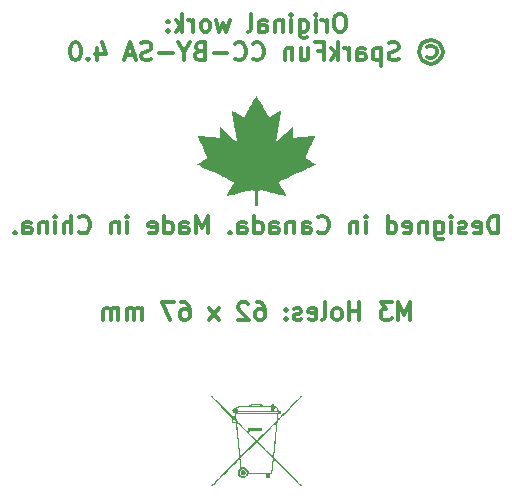
<source format=gbr>
%TF.GenerationSoftware,KiCad,Pcbnew,7.0.9*%
%TF.CreationDate,2024-04-08T21:40:24-04:00*%
%TF.ProjectId,WIRED-NAU7802-board-revB1,57495245-442d-44e4-9155-373830322d62,Rev B1*%
%TF.SameCoordinates,Original*%
%TF.FileFunction,Legend,Bot*%
%TF.FilePolarity,Positive*%
%FSLAX46Y46*%
G04 Gerber Fmt 4.6, Leading zero omitted, Abs format (unit mm)*
G04 Created by KiCad (PCBNEW 7.0.9) date 2024-04-08 21:40:24*
%MOMM*%
%LPD*%
G01*
G04 APERTURE LIST*
%ADD10C,0.300000*%
%ADD11C,3.250000*%
%ADD12R,1.500000X1.500000*%
%ADD13C,1.500000*%
%ADD14C,2.300000*%
%ADD15C,1.680000*%
%ADD16C,1.800000*%
%ADD17R,2.600000X2.600000*%
%ADD18C,2.600000*%
%ADD19C,3.500000*%
%ADD20R,1.700000X1.700000*%
%ADD21O,1.700000X1.700000*%
%ADD22R,2.400000X2.400000*%
%ADD23C,2.400000*%
G04 APERTURE END LIST*
D10*
X162916194Y-74082828D02*
X162630480Y-74082828D01*
X162630480Y-74082828D02*
X162487623Y-74154257D01*
X162487623Y-74154257D02*
X162344766Y-74297114D01*
X162344766Y-74297114D02*
X162273337Y-74582828D01*
X162273337Y-74582828D02*
X162273337Y-75082828D01*
X162273337Y-75082828D02*
X162344766Y-75368542D01*
X162344766Y-75368542D02*
X162487623Y-75511400D01*
X162487623Y-75511400D02*
X162630480Y-75582828D01*
X162630480Y-75582828D02*
X162916194Y-75582828D01*
X162916194Y-75582828D02*
X163059052Y-75511400D01*
X163059052Y-75511400D02*
X163201909Y-75368542D01*
X163201909Y-75368542D02*
X163273337Y-75082828D01*
X163273337Y-75082828D02*
X163273337Y-74582828D01*
X163273337Y-74582828D02*
X163201909Y-74297114D01*
X163201909Y-74297114D02*
X163059052Y-74154257D01*
X163059052Y-74154257D02*
X162916194Y-74082828D01*
X161630480Y-75582828D02*
X161630480Y-74582828D01*
X161630480Y-74868542D02*
X161559051Y-74725685D01*
X161559051Y-74725685D02*
X161487623Y-74654257D01*
X161487623Y-74654257D02*
X161344765Y-74582828D01*
X161344765Y-74582828D02*
X161201908Y-74582828D01*
X160701909Y-75582828D02*
X160701909Y-74582828D01*
X160701909Y-74082828D02*
X160773337Y-74154257D01*
X160773337Y-74154257D02*
X160701909Y-74225685D01*
X160701909Y-74225685D02*
X160630480Y-74154257D01*
X160630480Y-74154257D02*
X160701909Y-74082828D01*
X160701909Y-74082828D02*
X160701909Y-74225685D01*
X159344766Y-74582828D02*
X159344766Y-75797114D01*
X159344766Y-75797114D02*
X159416194Y-75939971D01*
X159416194Y-75939971D02*
X159487623Y-76011400D01*
X159487623Y-76011400D02*
X159630480Y-76082828D01*
X159630480Y-76082828D02*
X159844766Y-76082828D01*
X159844766Y-76082828D02*
X159987623Y-76011400D01*
X159344766Y-75511400D02*
X159487623Y-75582828D01*
X159487623Y-75582828D02*
X159773337Y-75582828D01*
X159773337Y-75582828D02*
X159916194Y-75511400D01*
X159916194Y-75511400D02*
X159987623Y-75439971D01*
X159987623Y-75439971D02*
X160059051Y-75297114D01*
X160059051Y-75297114D02*
X160059051Y-74868542D01*
X160059051Y-74868542D02*
X159987623Y-74725685D01*
X159987623Y-74725685D02*
X159916194Y-74654257D01*
X159916194Y-74654257D02*
X159773337Y-74582828D01*
X159773337Y-74582828D02*
X159487623Y-74582828D01*
X159487623Y-74582828D02*
X159344766Y-74654257D01*
X158630480Y-75582828D02*
X158630480Y-74582828D01*
X158630480Y-74082828D02*
X158701908Y-74154257D01*
X158701908Y-74154257D02*
X158630480Y-74225685D01*
X158630480Y-74225685D02*
X158559051Y-74154257D01*
X158559051Y-74154257D02*
X158630480Y-74082828D01*
X158630480Y-74082828D02*
X158630480Y-74225685D01*
X157916194Y-74582828D02*
X157916194Y-75582828D01*
X157916194Y-74725685D02*
X157844765Y-74654257D01*
X157844765Y-74654257D02*
X157701908Y-74582828D01*
X157701908Y-74582828D02*
X157487622Y-74582828D01*
X157487622Y-74582828D02*
X157344765Y-74654257D01*
X157344765Y-74654257D02*
X157273337Y-74797114D01*
X157273337Y-74797114D02*
X157273337Y-75582828D01*
X155916194Y-75582828D02*
X155916194Y-74797114D01*
X155916194Y-74797114D02*
X155987622Y-74654257D01*
X155987622Y-74654257D02*
X156130479Y-74582828D01*
X156130479Y-74582828D02*
X156416194Y-74582828D01*
X156416194Y-74582828D02*
X156559051Y-74654257D01*
X155916194Y-75511400D02*
X156059051Y-75582828D01*
X156059051Y-75582828D02*
X156416194Y-75582828D01*
X156416194Y-75582828D02*
X156559051Y-75511400D01*
X156559051Y-75511400D02*
X156630479Y-75368542D01*
X156630479Y-75368542D02*
X156630479Y-75225685D01*
X156630479Y-75225685D02*
X156559051Y-75082828D01*
X156559051Y-75082828D02*
X156416194Y-75011400D01*
X156416194Y-75011400D02*
X156059051Y-75011400D01*
X156059051Y-75011400D02*
X155916194Y-74939971D01*
X154987622Y-75582828D02*
X155130479Y-75511400D01*
X155130479Y-75511400D02*
X155201908Y-75368542D01*
X155201908Y-75368542D02*
X155201908Y-74082828D01*
X153416194Y-74582828D02*
X153130480Y-75582828D01*
X153130480Y-75582828D02*
X152844765Y-74868542D01*
X152844765Y-74868542D02*
X152559051Y-75582828D01*
X152559051Y-75582828D02*
X152273337Y-74582828D01*
X151487622Y-75582828D02*
X151630479Y-75511400D01*
X151630479Y-75511400D02*
X151701908Y-75439971D01*
X151701908Y-75439971D02*
X151773336Y-75297114D01*
X151773336Y-75297114D02*
X151773336Y-74868542D01*
X151773336Y-74868542D02*
X151701908Y-74725685D01*
X151701908Y-74725685D02*
X151630479Y-74654257D01*
X151630479Y-74654257D02*
X151487622Y-74582828D01*
X151487622Y-74582828D02*
X151273336Y-74582828D01*
X151273336Y-74582828D02*
X151130479Y-74654257D01*
X151130479Y-74654257D02*
X151059051Y-74725685D01*
X151059051Y-74725685D02*
X150987622Y-74868542D01*
X150987622Y-74868542D02*
X150987622Y-75297114D01*
X150987622Y-75297114D02*
X151059051Y-75439971D01*
X151059051Y-75439971D02*
X151130479Y-75511400D01*
X151130479Y-75511400D02*
X151273336Y-75582828D01*
X151273336Y-75582828D02*
X151487622Y-75582828D01*
X150344765Y-75582828D02*
X150344765Y-74582828D01*
X150344765Y-74868542D02*
X150273336Y-74725685D01*
X150273336Y-74725685D02*
X150201908Y-74654257D01*
X150201908Y-74654257D02*
X150059050Y-74582828D01*
X150059050Y-74582828D02*
X149916193Y-74582828D01*
X149416194Y-75582828D02*
X149416194Y-74082828D01*
X149273337Y-75011400D02*
X148844765Y-75582828D01*
X148844765Y-74582828D02*
X149416194Y-75154257D01*
X148201908Y-75439971D02*
X148130479Y-75511400D01*
X148130479Y-75511400D02*
X148201908Y-75582828D01*
X148201908Y-75582828D02*
X148273336Y-75511400D01*
X148273336Y-75511400D02*
X148201908Y-75439971D01*
X148201908Y-75439971D02*
X148201908Y-75582828D01*
X148201908Y-74654257D02*
X148130479Y-74725685D01*
X148130479Y-74725685D02*
X148201908Y-74797114D01*
X148201908Y-74797114D02*
X148273336Y-74725685D01*
X148273336Y-74725685D02*
X148201908Y-74654257D01*
X148201908Y-74654257D02*
X148201908Y-74797114D01*
X170166193Y-76854971D02*
X170309050Y-76783542D01*
X170309050Y-76783542D02*
X170594764Y-76783542D01*
X170594764Y-76783542D02*
X170737622Y-76854971D01*
X170737622Y-76854971D02*
X170880479Y-76997828D01*
X170880479Y-76997828D02*
X170951907Y-77140685D01*
X170951907Y-77140685D02*
X170951907Y-77426400D01*
X170951907Y-77426400D02*
X170880479Y-77569257D01*
X170880479Y-77569257D02*
X170737622Y-77712114D01*
X170737622Y-77712114D02*
X170594764Y-77783542D01*
X170594764Y-77783542D02*
X170309050Y-77783542D01*
X170309050Y-77783542D02*
X170166193Y-77712114D01*
X170451907Y-76283542D02*
X170809050Y-76354971D01*
X170809050Y-76354971D02*
X171166193Y-76569257D01*
X171166193Y-76569257D02*
X171380479Y-76926400D01*
X171380479Y-76926400D02*
X171451907Y-77283542D01*
X171451907Y-77283542D02*
X171380479Y-77640685D01*
X171380479Y-77640685D02*
X171166193Y-77997828D01*
X171166193Y-77997828D02*
X170809050Y-78212114D01*
X170809050Y-78212114D02*
X170451907Y-78283542D01*
X170451907Y-78283542D02*
X170094764Y-78212114D01*
X170094764Y-78212114D02*
X169737622Y-77997828D01*
X169737622Y-77997828D02*
X169523336Y-77640685D01*
X169523336Y-77640685D02*
X169451907Y-77283542D01*
X169451907Y-77283542D02*
X169523336Y-76926400D01*
X169523336Y-76926400D02*
X169737622Y-76569257D01*
X169737622Y-76569257D02*
X170094764Y-76354971D01*
X170094764Y-76354971D02*
X170451907Y-76283542D01*
X167737621Y-77926400D02*
X167523336Y-77997828D01*
X167523336Y-77997828D02*
X167166193Y-77997828D01*
X167166193Y-77997828D02*
X167023336Y-77926400D01*
X167023336Y-77926400D02*
X166951907Y-77854971D01*
X166951907Y-77854971D02*
X166880478Y-77712114D01*
X166880478Y-77712114D02*
X166880478Y-77569257D01*
X166880478Y-77569257D02*
X166951907Y-77426400D01*
X166951907Y-77426400D02*
X167023336Y-77354971D01*
X167023336Y-77354971D02*
X167166193Y-77283542D01*
X167166193Y-77283542D02*
X167451907Y-77212114D01*
X167451907Y-77212114D02*
X167594764Y-77140685D01*
X167594764Y-77140685D02*
X167666193Y-77069257D01*
X167666193Y-77069257D02*
X167737621Y-76926400D01*
X167737621Y-76926400D02*
X167737621Y-76783542D01*
X167737621Y-76783542D02*
X167666193Y-76640685D01*
X167666193Y-76640685D02*
X167594764Y-76569257D01*
X167594764Y-76569257D02*
X167451907Y-76497828D01*
X167451907Y-76497828D02*
X167094764Y-76497828D01*
X167094764Y-76497828D02*
X166880478Y-76569257D01*
X166237622Y-76997828D02*
X166237622Y-78497828D01*
X166237622Y-77069257D02*
X166094765Y-76997828D01*
X166094765Y-76997828D02*
X165809050Y-76997828D01*
X165809050Y-76997828D02*
X165666193Y-77069257D01*
X165666193Y-77069257D02*
X165594765Y-77140685D01*
X165594765Y-77140685D02*
X165523336Y-77283542D01*
X165523336Y-77283542D02*
X165523336Y-77712114D01*
X165523336Y-77712114D02*
X165594765Y-77854971D01*
X165594765Y-77854971D02*
X165666193Y-77926400D01*
X165666193Y-77926400D02*
X165809050Y-77997828D01*
X165809050Y-77997828D02*
X166094765Y-77997828D01*
X166094765Y-77997828D02*
X166237622Y-77926400D01*
X164237622Y-77997828D02*
X164237622Y-77212114D01*
X164237622Y-77212114D02*
X164309050Y-77069257D01*
X164309050Y-77069257D02*
X164451907Y-76997828D01*
X164451907Y-76997828D02*
X164737622Y-76997828D01*
X164737622Y-76997828D02*
X164880479Y-77069257D01*
X164237622Y-77926400D02*
X164380479Y-77997828D01*
X164380479Y-77997828D02*
X164737622Y-77997828D01*
X164737622Y-77997828D02*
X164880479Y-77926400D01*
X164880479Y-77926400D02*
X164951907Y-77783542D01*
X164951907Y-77783542D02*
X164951907Y-77640685D01*
X164951907Y-77640685D02*
X164880479Y-77497828D01*
X164880479Y-77497828D02*
X164737622Y-77426400D01*
X164737622Y-77426400D02*
X164380479Y-77426400D01*
X164380479Y-77426400D02*
X164237622Y-77354971D01*
X163523336Y-77997828D02*
X163523336Y-76997828D01*
X163523336Y-77283542D02*
X163451907Y-77140685D01*
X163451907Y-77140685D02*
X163380479Y-77069257D01*
X163380479Y-77069257D02*
X163237621Y-76997828D01*
X163237621Y-76997828D02*
X163094764Y-76997828D01*
X162594765Y-77997828D02*
X162594765Y-76497828D01*
X162451908Y-77426400D02*
X162023336Y-77997828D01*
X162023336Y-76997828D02*
X162594765Y-77569257D01*
X160880479Y-77212114D02*
X161380479Y-77212114D01*
X161380479Y-77997828D02*
X161380479Y-76497828D01*
X161380479Y-76497828D02*
X160666193Y-76497828D01*
X159451908Y-76997828D02*
X159451908Y-77997828D01*
X160094765Y-76997828D02*
X160094765Y-77783542D01*
X160094765Y-77783542D02*
X160023336Y-77926400D01*
X160023336Y-77926400D02*
X159880479Y-77997828D01*
X159880479Y-77997828D02*
X159666193Y-77997828D01*
X159666193Y-77997828D02*
X159523336Y-77926400D01*
X159523336Y-77926400D02*
X159451908Y-77854971D01*
X158737622Y-76997828D02*
X158737622Y-77997828D01*
X158737622Y-77140685D02*
X158666193Y-77069257D01*
X158666193Y-77069257D02*
X158523336Y-76997828D01*
X158523336Y-76997828D02*
X158309050Y-76997828D01*
X158309050Y-76997828D02*
X158166193Y-77069257D01*
X158166193Y-77069257D02*
X158094765Y-77212114D01*
X158094765Y-77212114D02*
X158094765Y-77997828D01*
X155380479Y-77854971D02*
X155451907Y-77926400D01*
X155451907Y-77926400D02*
X155666193Y-77997828D01*
X155666193Y-77997828D02*
X155809050Y-77997828D01*
X155809050Y-77997828D02*
X156023336Y-77926400D01*
X156023336Y-77926400D02*
X156166193Y-77783542D01*
X156166193Y-77783542D02*
X156237622Y-77640685D01*
X156237622Y-77640685D02*
X156309050Y-77354971D01*
X156309050Y-77354971D02*
X156309050Y-77140685D01*
X156309050Y-77140685D02*
X156237622Y-76854971D01*
X156237622Y-76854971D02*
X156166193Y-76712114D01*
X156166193Y-76712114D02*
X156023336Y-76569257D01*
X156023336Y-76569257D02*
X155809050Y-76497828D01*
X155809050Y-76497828D02*
X155666193Y-76497828D01*
X155666193Y-76497828D02*
X155451907Y-76569257D01*
X155451907Y-76569257D02*
X155380479Y-76640685D01*
X153880479Y-77854971D02*
X153951907Y-77926400D01*
X153951907Y-77926400D02*
X154166193Y-77997828D01*
X154166193Y-77997828D02*
X154309050Y-77997828D01*
X154309050Y-77997828D02*
X154523336Y-77926400D01*
X154523336Y-77926400D02*
X154666193Y-77783542D01*
X154666193Y-77783542D02*
X154737622Y-77640685D01*
X154737622Y-77640685D02*
X154809050Y-77354971D01*
X154809050Y-77354971D02*
X154809050Y-77140685D01*
X154809050Y-77140685D02*
X154737622Y-76854971D01*
X154737622Y-76854971D02*
X154666193Y-76712114D01*
X154666193Y-76712114D02*
X154523336Y-76569257D01*
X154523336Y-76569257D02*
X154309050Y-76497828D01*
X154309050Y-76497828D02*
X154166193Y-76497828D01*
X154166193Y-76497828D02*
X153951907Y-76569257D01*
X153951907Y-76569257D02*
X153880479Y-76640685D01*
X153237622Y-77426400D02*
X152094765Y-77426400D01*
X150880479Y-77212114D02*
X150666193Y-77283542D01*
X150666193Y-77283542D02*
X150594764Y-77354971D01*
X150594764Y-77354971D02*
X150523336Y-77497828D01*
X150523336Y-77497828D02*
X150523336Y-77712114D01*
X150523336Y-77712114D02*
X150594764Y-77854971D01*
X150594764Y-77854971D02*
X150666193Y-77926400D01*
X150666193Y-77926400D02*
X150809050Y-77997828D01*
X150809050Y-77997828D02*
X151380479Y-77997828D01*
X151380479Y-77997828D02*
X151380479Y-76497828D01*
X151380479Y-76497828D02*
X150880479Y-76497828D01*
X150880479Y-76497828D02*
X150737622Y-76569257D01*
X150737622Y-76569257D02*
X150666193Y-76640685D01*
X150666193Y-76640685D02*
X150594764Y-76783542D01*
X150594764Y-76783542D02*
X150594764Y-76926400D01*
X150594764Y-76926400D02*
X150666193Y-77069257D01*
X150666193Y-77069257D02*
X150737622Y-77140685D01*
X150737622Y-77140685D02*
X150880479Y-77212114D01*
X150880479Y-77212114D02*
X151380479Y-77212114D01*
X149594764Y-77283542D02*
X149594764Y-77997828D01*
X150094764Y-76497828D02*
X149594764Y-77283542D01*
X149594764Y-77283542D02*
X149094764Y-76497828D01*
X148594765Y-77426400D02*
X147451908Y-77426400D01*
X146809050Y-77926400D02*
X146594765Y-77997828D01*
X146594765Y-77997828D02*
X146237622Y-77997828D01*
X146237622Y-77997828D02*
X146094765Y-77926400D01*
X146094765Y-77926400D02*
X146023336Y-77854971D01*
X146023336Y-77854971D02*
X145951907Y-77712114D01*
X145951907Y-77712114D02*
X145951907Y-77569257D01*
X145951907Y-77569257D02*
X146023336Y-77426400D01*
X146023336Y-77426400D02*
X146094765Y-77354971D01*
X146094765Y-77354971D02*
X146237622Y-77283542D01*
X146237622Y-77283542D02*
X146523336Y-77212114D01*
X146523336Y-77212114D02*
X146666193Y-77140685D01*
X146666193Y-77140685D02*
X146737622Y-77069257D01*
X146737622Y-77069257D02*
X146809050Y-76926400D01*
X146809050Y-76926400D02*
X146809050Y-76783542D01*
X146809050Y-76783542D02*
X146737622Y-76640685D01*
X146737622Y-76640685D02*
X146666193Y-76569257D01*
X146666193Y-76569257D02*
X146523336Y-76497828D01*
X146523336Y-76497828D02*
X146166193Y-76497828D01*
X146166193Y-76497828D02*
X145951907Y-76569257D01*
X145380479Y-77569257D02*
X144666194Y-77569257D01*
X145523336Y-77997828D02*
X145023336Y-76497828D01*
X145023336Y-76497828D02*
X144523336Y-77997828D01*
X142237623Y-76997828D02*
X142237623Y-77997828D01*
X142594765Y-76426400D02*
X142951908Y-77497828D01*
X142951908Y-77497828D02*
X142023337Y-77497828D01*
X141451909Y-77854971D02*
X141380480Y-77926400D01*
X141380480Y-77926400D02*
X141451909Y-77997828D01*
X141451909Y-77997828D02*
X141523337Y-77926400D01*
X141523337Y-77926400D02*
X141451909Y-77854971D01*
X141451909Y-77854971D02*
X141451909Y-77997828D01*
X140451908Y-76497828D02*
X140309051Y-76497828D01*
X140309051Y-76497828D02*
X140166194Y-76569257D01*
X140166194Y-76569257D02*
X140094766Y-76640685D01*
X140094766Y-76640685D02*
X140023337Y-76783542D01*
X140023337Y-76783542D02*
X139951908Y-77069257D01*
X139951908Y-77069257D02*
X139951908Y-77426400D01*
X139951908Y-77426400D02*
X140023337Y-77712114D01*
X140023337Y-77712114D02*
X140094766Y-77854971D01*
X140094766Y-77854971D02*
X140166194Y-77926400D01*
X140166194Y-77926400D02*
X140309051Y-77997828D01*
X140309051Y-77997828D02*
X140451908Y-77997828D01*
X140451908Y-77997828D02*
X140594766Y-77926400D01*
X140594766Y-77926400D02*
X140666194Y-77854971D01*
X140666194Y-77854971D02*
X140737623Y-77712114D01*
X140737623Y-77712114D02*
X140809051Y-77426400D01*
X140809051Y-77426400D02*
X140809051Y-77069257D01*
X140809051Y-77069257D02*
X140737623Y-76783542D01*
X140737623Y-76783542D02*
X140666194Y-76640685D01*
X140666194Y-76640685D02*
X140594766Y-76569257D01*
X140594766Y-76569257D02*
X140451908Y-76497828D01*
X168701908Y-99992328D02*
X168701908Y-98492328D01*
X168701908Y-98492328D02*
X168201908Y-99563757D01*
X168201908Y-99563757D02*
X167701908Y-98492328D01*
X167701908Y-98492328D02*
X167701908Y-99992328D01*
X167130479Y-98492328D02*
X166201907Y-98492328D01*
X166201907Y-98492328D02*
X166701907Y-99063757D01*
X166701907Y-99063757D02*
X166487622Y-99063757D01*
X166487622Y-99063757D02*
X166344765Y-99135185D01*
X166344765Y-99135185D02*
X166273336Y-99206614D01*
X166273336Y-99206614D02*
X166201907Y-99349471D01*
X166201907Y-99349471D02*
X166201907Y-99706614D01*
X166201907Y-99706614D02*
X166273336Y-99849471D01*
X166273336Y-99849471D02*
X166344765Y-99920900D01*
X166344765Y-99920900D02*
X166487622Y-99992328D01*
X166487622Y-99992328D02*
X166916193Y-99992328D01*
X166916193Y-99992328D02*
X167059050Y-99920900D01*
X167059050Y-99920900D02*
X167130479Y-99849471D01*
X164416194Y-99992328D02*
X164416194Y-98492328D01*
X164416194Y-99206614D02*
X163559051Y-99206614D01*
X163559051Y-99992328D02*
X163559051Y-98492328D01*
X162630479Y-99992328D02*
X162773336Y-99920900D01*
X162773336Y-99920900D02*
X162844765Y-99849471D01*
X162844765Y-99849471D02*
X162916193Y-99706614D01*
X162916193Y-99706614D02*
X162916193Y-99278042D01*
X162916193Y-99278042D02*
X162844765Y-99135185D01*
X162844765Y-99135185D02*
X162773336Y-99063757D01*
X162773336Y-99063757D02*
X162630479Y-98992328D01*
X162630479Y-98992328D02*
X162416193Y-98992328D01*
X162416193Y-98992328D02*
X162273336Y-99063757D01*
X162273336Y-99063757D02*
X162201908Y-99135185D01*
X162201908Y-99135185D02*
X162130479Y-99278042D01*
X162130479Y-99278042D02*
X162130479Y-99706614D01*
X162130479Y-99706614D02*
X162201908Y-99849471D01*
X162201908Y-99849471D02*
X162273336Y-99920900D01*
X162273336Y-99920900D02*
X162416193Y-99992328D01*
X162416193Y-99992328D02*
X162630479Y-99992328D01*
X161273336Y-99992328D02*
X161416193Y-99920900D01*
X161416193Y-99920900D02*
X161487622Y-99778042D01*
X161487622Y-99778042D02*
X161487622Y-98492328D01*
X160130479Y-99920900D02*
X160273336Y-99992328D01*
X160273336Y-99992328D02*
X160559051Y-99992328D01*
X160559051Y-99992328D02*
X160701908Y-99920900D01*
X160701908Y-99920900D02*
X160773336Y-99778042D01*
X160773336Y-99778042D02*
X160773336Y-99206614D01*
X160773336Y-99206614D02*
X160701908Y-99063757D01*
X160701908Y-99063757D02*
X160559051Y-98992328D01*
X160559051Y-98992328D02*
X160273336Y-98992328D01*
X160273336Y-98992328D02*
X160130479Y-99063757D01*
X160130479Y-99063757D02*
X160059051Y-99206614D01*
X160059051Y-99206614D02*
X160059051Y-99349471D01*
X160059051Y-99349471D02*
X160773336Y-99492328D01*
X159487622Y-99920900D02*
X159344765Y-99992328D01*
X159344765Y-99992328D02*
X159059051Y-99992328D01*
X159059051Y-99992328D02*
X158916194Y-99920900D01*
X158916194Y-99920900D02*
X158844765Y-99778042D01*
X158844765Y-99778042D02*
X158844765Y-99706614D01*
X158844765Y-99706614D02*
X158916194Y-99563757D01*
X158916194Y-99563757D02*
X159059051Y-99492328D01*
X159059051Y-99492328D02*
X159273337Y-99492328D01*
X159273337Y-99492328D02*
X159416194Y-99420900D01*
X159416194Y-99420900D02*
X159487622Y-99278042D01*
X159487622Y-99278042D02*
X159487622Y-99206614D01*
X159487622Y-99206614D02*
X159416194Y-99063757D01*
X159416194Y-99063757D02*
X159273337Y-98992328D01*
X159273337Y-98992328D02*
X159059051Y-98992328D01*
X159059051Y-98992328D02*
X158916194Y-99063757D01*
X158201908Y-99849471D02*
X158130479Y-99920900D01*
X158130479Y-99920900D02*
X158201908Y-99992328D01*
X158201908Y-99992328D02*
X158273336Y-99920900D01*
X158273336Y-99920900D02*
X158201908Y-99849471D01*
X158201908Y-99849471D02*
X158201908Y-99992328D01*
X158201908Y-99063757D02*
X158130479Y-99135185D01*
X158130479Y-99135185D02*
X158201908Y-99206614D01*
X158201908Y-99206614D02*
X158273336Y-99135185D01*
X158273336Y-99135185D02*
X158201908Y-99063757D01*
X158201908Y-99063757D02*
X158201908Y-99206614D01*
X155701908Y-98492328D02*
X155987622Y-98492328D01*
X155987622Y-98492328D02*
X156130479Y-98563757D01*
X156130479Y-98563757D02*
X156201908Y-98635185D01*
X156201908Y-98635185D02*
X156344765Y-98849471D01*
X156344765Y-98849471D02*
X156416193Y-99135185D01*
X156416193Y-99135185D02*
X156416193Y-99706614D01*
X156416193Y-99706614D02*
X156344765Y-99849471D01*
X156344765Y-99849471D02*
X156273336Y-99920900D01*
X156273336Y-99920900D02*
X156130479Y-99992328D01*
X156130479Y-99992328D02*
X155844765Y-99992328D01*
X155844765Y-99992328D02*
X155701908Y-99920900D01*
X155701908Y-99920900D02*
X155630479Y-99849471D01*
X155630479Y-99849471D02*
X155559050Y-99706614D01*
X155559050Y-99706614D02*
X155559050Y-99349471D01*
X155559050Y-99349471D02*
X155630479Y-99206614D01*
X155630479Y-99206614D02*
X155701908Y-99135185D01*
X155701908Y-99135185D02*
X155844765Y-99063757D01*
X155844765Y-99063757D02*
X156130479Y-99063757D01*
X156130479Y-99063757D02*
X156273336Y-99135185D01*
X156273336Y-99135185D02*
X156344765Y-99206614D01*
X156344765Y-99206614D02*
X156416193Y-99349471D01*
X154987622Y-98635185D02*
X154916194Y-98563757D01*
X154916194Y-98563757D02*
X154773337Y-98492328D01*
X154773337Y-98492328D02*
X154416194Y-98492328D01*
X154416194Y-98492328D02*
X154273337Y-98563757D01*
X154273337Y-98563757D02*
X154201908Y-98635185D01*
X154201908Y-98635185D02*
X154130479Y-98778042D01*
X154130479Y-98778042D02*
X154130479Y-98920900D01*
X154130479Y-98920900D02*
X154201908Y-99135185D01*
X154201908Y-99135185D02*
X155059051Y-99992328D01*
X155059051Y-99992328D02*
X154130479Y-99992328D01*
X152487623Y-99992328D02*
X151701909Y-98992328D01*
X152487623Y-98992328D02*
X151701909Y-99992328D01*
X149344766Y-98492328D02*
X149630480Y-98492328D01*
X149630480Y-98492328D02*
X149773337Y-98563757D01*
X149773337Y-98563757D02*
X149844766Y-98635185D01*
X149844766Y-98635185D02*
X149987623Y-98849471D01*
X149987623Y-98849471D02*
X150059051Y-99135185D01*
X150059051Y-99135185D02*
X150059051Y-99706614D01*
X150059051Y-99706614D02*
X149987623Y-99849471D01*
X149987623Y-99849471D02*
X149916194Y-99920900D01*
X149916194Y-99920900D02*
X149773337Y-99992328D01*
X149773337Y-99992328D02*
X149487623Y-99992328D01*
X149487623Y-99992328D02*
X149344766Y-99920900D01*
X149344766Y-99920900D02*
X149273337Y-99849471D01*
X149273337Y-99849471D02*
X149201908Y-99706614D01*
X149201908Y-99706614D02*
X149201908Y-99349471D01*
X149201908Y-99349471D02*
X149273337Y-99206614D01*
X149273337Y-99206614D02*
X149344766Y-99135185D01*
X149344766Y-99135185D02*
X149487623Y-99063757D01*
X149487623Y-99063757D02*
X149773337Y-99063757D01*
X149773337Y-99063757D02*
X149916194Y-99135185D01*
X149916194Y-99135185D02*
X149987623Y-99206614D01*
X149987623Y-99206614D02*
X150059051Y-99349471D01*
X148701909Y-98492328D02*
X147701909Y-98492328D01*
X147701909Y-98492328D02*
X148344766Y-99992328D01*
X145987624Y-99992328D02*
X145987624Y-98992328D01*
X145987624Y-99135185D02*
X145916195Y-99063757D01*
X145916195Y-99063757D02*
X145773338Y-98992328D01*
X145773338Y-98992328D02*
X145559052Y-98992328D01*
X145559052Y-98992328D02*
X145416195Y-99063757D01*
X145416195Y-99063757D02*
X145344767Y-99206614D01*
X145344767Y-99206614D02*
X145344767Y-99992328D01*
X145344767Y-99206614D02*
X145273338Y-99063757D01*
X145273338Y-99063757D02*
X145130481Y-98992328D01*
X145130481Y-98992328D02*
X144916195Y-98992328D01*
X144916195Y-98992328D02*
X144773338Y-99063757D01*
X144773338Y-99063757D02*
X144701909Y-99206614D01*
X144701909Y-99206614D02*
X144701909Y-99992328D01*
X143987624Y-99992328D02*
X143987624Y-98992328D01*
X143987624Y-99135185D02*
X143916195Y-99063757D01*
X143916195Y-99063757D02*
X143773338Y-98992328D01*
X143773338Y-98992328D02*
X143559052Y-98992328D01*
X143559052Y-98992328D02*
X143416195Y-99063757D01*
X143416195Y-99063757D02*
X143344767Y-99206614D01*
X143344767Y-99206614D02*
X143344767Y-99992328D01*
X143344767Y-99206614D02*
X143273338Y-99063757D01*
X143273338Y-99063757D02*
X143130481Y-98992328D01*
X143130481Y-98992328D02*
X142916195Y-98992328D01*
X142916195Y-98992328D02*
X142773338Y-99063757D01*
X142773338Y-99063757D02*
X142701909Y-99206614D01*
X142701909Y-99206614D02*
X142701909Y-99992328D01*
X176166196Y-92670328D02*
X176166196Y-91170328D01*
X176166196Y-91170328D02*
X175809053Y-91170328D01*
X175809053Y-91170328D02*
X175594767Y-91241757D01*
X175594767Y-91241757D02*
X175451910Y-91384614D01*
X175451910Y-91384614D02*
X175380481Y-91527471D01*
X175380481Y-91527471D02*
X175309053Y-91813185D01*
X175309053Y-91813185D02*
X175309053Y-92027471D01*
X175309053Y-92027471D02*
X175380481Y-92313185D01*
X175380481Y-92313185D02*
X175451910Y-92456042D01*
X175451910Y-92456042D02*
X175594767Y-92598900D01*
X175594767Y-92598900D02*
X175809053Y-92670328D01*
X175809053Y-92670328D02*
X176166196Y-92670328D01*
X174094767Y-92598900D02*
X174237624Y-92670328D01*
X174237624Y-92670328D02*
X174523339Y-92670328D01*
X174523339Y-92670328D02*
X174666196Y-92598900D01*
X174666196Y-92598900D02*
X174737624Y-92456042D01*
X174737624Y-92456042D02*
X174737624Y-91884614D01*
X174737624Y-91884614D02*
X174666196Y-91741757D01*
X174666196Y-91741757D02*
X174523339Y-91670328D01*
X174523339Y-91670328D02*
X174237624Y-91670328D01*
X174237624Y-91670328D02*
X174094767Y-91741757D01*
X174094767Y-91741757D02*
X174023339Y-91884614D01*
X174023339Y-91884614D02*
X174023339Y-92027471D01*
X174023339Y-92027471D02*
X174737624Y-92170328D01*
X173451910Y-92598900D02*
X173309053Y-92670328D01*
X173309053Y-92670328D02*
X173023339Y-92670328D01*
X173023339Y-92670328D02*
X172880482Y-92598900D01*
X172880482Y-92598900D02*
X172809053Y-92456042D01*
X172809053Y-92456042D02*
X172809053Y-92384614D01*
X172809053Y-92384614D02*
X172880482Y-92241757D01*
X172880482Y-92241757D02*
X173023339Y-92170328D01*
X173023339Y-92170328D02*
X173237625Y-92170328D01*
X173237625Y-92170328D02*
X173380482Y-92098900D01*
X173380482Y-92098900D02*
X173451910Y-91956042D01*
X173451910Y-91956042D02*
X173451910Y-91884614D01*
X173451910Y-91884614D02*
X173380482Y-91741757D01*
X173380482Y-91741757D02*
X173237625Y-91670328D01*
X173237625Y-91670328D02*
X173023339Y-91670328D01*
X173023339Y-91670328D02*
X172880482Y-91741757D01*
X172166196Y-92670328D02*
X172166196Y-91670328D01*
X172166196Y-91170328D02*
X172237624Y-91241757D01*
X172237624Y-91241757D02*
X172166196Y-91313185D01*
X172166196Y-91313185D02*
X172094767Y-91241757D01*
X172094767Y-91241757D02*
X172166196Y-91170328D01*
X172166196Y-91170328D02*
X172166196Y-91313185D01*
X170809053Y-91670328D02*
X170809053Y-92884614D01*
X170809053Y-92884614D02*
X170880481Y-93027471D01*
X170880481Y-93027471D02*
X170951910Y-93098900D01*
X170951910Y-93098900D02*
X171094767Y-93170328D01*
X171094767Y-93170328D02*
X171309053Y-93170328D01*
X171309053Y-93170328D02*
X171451910Y-93098900D01*
X170809053Y-92598900D02*
X170951910Y-92670328D01*
X170951910Y-92670328D02*
X171237624Y-92670328D01*
X171237624Y-92670328D02*
X171380481Y-92598900D01*
X171380481Y-92598900D02*
X171451910Y-92527471D01*
X171451910Y-92527471D02*
X171523338Y-92384614D01*
X171523338Y-92384614D02*
X171523338Y-91956042D01*
X171523338Y-91956042D02*
X171451910Y-91813185D01*
X171451910Y-91813185D02*
X171380481Y-91741757D01*
X171380481Y-91741757D02*
X171237624Y-91670328D01*
X171237624Y-91670328D02*
X170951910Y-91670328D01*
X170951910Y-91670328D02*
X170809053Y-91741757D01*
X170094767Y-91670328D02*
X170094767Y-92670328D01*
X170094767Y-91813185D02*
X170023338Y-91741757D01*
X170023338Y-91741757D02*
X169880481Y-91670328D01*
X169880481Y-91670328D02*
X169666195Y-91670328D01*
X169666195Y-91670328D02*
X169523338Y-91741757D01*
X169523338Y-91741757D02*
X169451910Y-91884614D01*
X169451910Y-91884614D02*
X169451910Y-92670328D01*
X168166195Y-92598900D02*
X168309052Y-92670328D01*
X168309052Y-92670328D02*
X168594767Y-92670328D01*
X168594767Y-92670328D02*
X168737624Y-92598900D01*
X168737624Y-92598900D02*
X168809052Y-92456042D01*
X168809052Y-92456042D02*
X168809052Y-91884614D01*
X168809052Y-91884614D02*
X168737624Y-91741757D01*
X168737624Y-91741757D02*
X168594767Y-91670328D01*
X168594767Y-91670328D02*
X168309052Y-91670328D01*
X168309052Y-91670328D02*
X168166195Y-91741757D01*
X168166195Y-91741757D02*
X168094767Y-91884614D01*
X168094767Y-91884614D02*
X168094767Y-92027471D01*
X168094767Y-92027471D02*
X168809052Y-92170328D01*
X166809053Y-92670328D02*
X166809053Y-91170328D01*
X166809053Y-92598900D02*
X166951910Y-92670328D01*
X166951910Y-92670328D02*
X167237624Y-92670328D01*
X167237624Y-92670328D02*
X167380481Y-92598900D01*
X167380481Y-92598900D02*
X167451910Y-92527471D01*
X167451910Y-92527471D02*
X167523338Y-92384614D01*
X167523338Y-92384614D02*
X167523338Y-91956042D01*
X167523338Y-91956042D02*
X167451910Y-91813185D01*
X167451910Y-91813185D02*
X167380481Y-91741757D01*
X167380481Y-91741757D02*
X167237624Y-91670328D01*
X167237624Y-91670328D02*
X166951910Y-91670328D01*
X166951910Y-91670328D02*
X166809053Y-91741757D01*
X164951910Y-92670328D02*
X164951910Y-91670328D01*
X164951910Y-91170328D02*
X165023338Y-91241757D01*
X165023338Y-91241757D02*
X164951910Y-91313185D01*
X164951910Y-91313185D02*
X164880481Y-91241757D01*
X164880481Y-91241757D02*
X164951910Y-91170328D01*
X164951910Y-91170328D02*
X164951910Y-91313185D01*
X164237624Y-91670328D02*
X164237624Y-92670328D01*
X164237624Y-91813185D02*
X164166195Y-91741757D01*
X164166195Y-91741757D02*
X164023338Y-91670328D01*
X164023338Y-91670328D02*
X163809052Y-91670328D01*
X163809052Y-91670328D02*
X163666195Y-91741757D01*
X163666195Y-91741757D02*
X163594767Y-91884614D01*
X163594767Y-91884614D02*
X163594767Y-92670328D01*
X160880481Y-92527471D02*
X160951909Y-92598900D01*
X160951909Y-92598900D02*
X161166195Y-92670328D01*
X161166195Y-92670328D02*
X161309052Y-92670328D01*
X161309052Y-92670328D02*
X161523338Y-92598900D01*
X161523338Y-92598900D02*
X161666195Y-92456042D01*
X161666195Y-92456042D02*
X161737624Y-92313185D01*
X161737624Y-92313185D02*
X161809052Y-92027471D01*
X161809052Y-92027471D02*
X161809052Y-91813185D01*
X161809052Y-91813185D02*
X161737624Y-91527471D01*
X161737624Y-91527471D02*
X161666195Y-91384614D01*
X161666195Y-91384614D02*
X161523338Y-91241757D01*
X161523338Y-91241757D02*
X161309052Y-91170328D01*
X161309052Y-91170328D02*
X161166195Y-91170328D01*
X161166195Y-91170328D02*
X160951909Y-91241757D01*
X160951909Y-91241757D02*
X160880481Y-91313185D01*
X159594767Y-92670328D02*
X159594767Y-91884614D01*
X159594767Y-91884614D02*
X159666195Y-91741757D01*
X159666195Y-91741757D02*
X159809052Y-91670328D01*
X159809052Y-91670328D02*
X160094767Y-91670328D01*
X160094767Y-91670328D02*
X160237624Y-91741757D01*
X159594767Y-92598900D02*
X159737624Y-92670328D01*
X159737624Y-92670328D02*
X160094767Y-92670328D01*
X160094767Y-92670328D02*
X160237624Y-92598900D01*
X160237624Y-92598900D02*
X160309052Y-92456042D01*
X160309052Y-92456042D02*
X160309052Y-92313185D01*
X160309052Y-92313185D02*
X160237624Y-92170328D01*
X160237624Y-92170328D02*
X160094767Y-92098900D01*
X160094767Y-92098900D02*
X159737624Y-92098900D01*
X159737624Y-92098900D02*
X159594767Y-92027471D01*
X158880481Y-91670328D02*
X158880481Y-92670328D01*
X158880481Y-91813185D02*
X158809052Y-91741757D01*
X158809052Y-91741757D02*
X158666195Y-91670328D01*
X158666195Y-91670328D02*
X158451909Y-91670328D01*
X158451909Y-91670328D02*
X158309052Y-91741757D01*
X158309052Y-91741757D02*
X158237624Y-91884614D01*
X158237624Y-91884614D02*
X158237624Y-92670328D01*
X156880481Y-92670328D02*
X156880481Y-91884614D01*
X156880481Y-91884614D02*
X156951909Y-91741757D01*
X156951909Y-91741757D02*
X157094766Y-91670328D01*
X157094766Y-91670328D02*
X157380481Y-91670328D01*
X157380481Y-91670328D02*
X157523338Y-91741757D01*
X156880481Y-92598900D02*
X157023338Y-92670328D01*
X157023338Y-92670328D02*
X157380481Y-92670328D01*
X157380481Y-92670328D02*
X157523338Y-92598900D01*
X157523338Y-92598900D02*
X157594766Y-92456042D01*
X157594766Y-92456042D02*
X157594766Y-92313185D01*
X157594766Y-92313185D02*
X157523338Y-92170328D01*
X157523338Y-92170328D02*
X157380481Y-92098900D01*
X157380481Y-92098900D02*
X157023338Y-92098900D01*
X157023338Y-92098900D02*
X156880481Y-92027471D01*
X155523338Y-92670328D02*
X155523338Y-91170328D01*
X155523338Y-92598900D02*
X155666195Y-92670328D01*
X155666195Y-92670328D02*
X155951909Y-92670328D01*
X155951909Y-92670328D02*
X156094766Y-92598900D01*
X156094766Y-92598900D02*
X156166195Y-92527471D01*
X156166195Y-92527471D02*
X156237623Y-92384614D01*
X156237623Y-92384614D02*
X156237623Y-91956042D01*
X156237623Y-91956042D02*
X156166195Y-91813185D01*
X156166195Y-91813185D02*
X156094766Y-91741757D01*
X156094766Y-91741757D02*
X155951909Y-91670328D01*
X155951909Y-91670328D02*
X155666195Y-91670328D01*
X155666195Y-91670328D02*
X155523338Y-91741757D01*
X154166195Y-92670328D02*
X154166195Y-91884614D01*
X154166195Y-91884614D02*
X154237623Y-91741757D01*
X154237623Y-91741757D02*
X154380480Y-91670328D01*
X154380480Y-91670328D02*
X154666195Y-91670328D01*
X154666195Y-91670328D02*
X154809052Y-91741757D01*
X154166195Y-92598900D02*
X154309052Y-92670328D01*
X154309052Y-92670328D02*
X154666195Y-92670328D01*
X154666195Y-92670328D02*
X154809052Y-92598900D01*
X154809052Y-92598900D02*
X154880480Y-92456042D01*
X154880480Y-92456042D02*
X154880480Y-92313185D01*
X154880480Y-92313185D02*
X154809052Y-92170328D01*
X154809052Y-92170328D02*
X154666195Y-92098900D01*
X154666195Y-92098900D02*
X154309052Y-92098900D01*
X154309052Y-92098900D02*
X154166195Y-92027471D01*
X153451909Y-92527471D02*
X153380480Y-92598900D01*
X153380480Y-92598900D02*
X153451909Y-92670328D01*
X153451909Y-92670328D02*
X153523337Y-92598900D01*
X153523337Y-92598900D02*
X153451909Y-92527471D01*
X153451909Y-92527471D02*
X153451909Y-92670328D01*
X151594766Y-92670328D02*
X151594766Y-91170328D01*
X151594766Y-91170328D02*
X151094766Y-92241757D01*
X151094766Y-92241757D02*
X150594766Y-91170328D01*
X150594766Y-91170328D02*
X150594766Y-92670328D01*
X149237623Y-92670328D02*
X149237623Y-91884614D01*
X149237623Y-91884614D02*
X149309051Y-91741757D01*
X149309051Y-91741757D02*
X149451908Y-91670328D01*
X149451908Y-91670328D02*
X149737623Y-91670328D01*
X149737623Y-91670328D02*
X149880480Y-91741757D01*
X149237623Y-92598900D02*
X149380480Y-92670328D01*
X149380480Y-92670328D02*
X149737623Y-92670328D01*
X149737623Y-92670328D02*
X149880480Y-92598900D01*
X149880480Y-92598900D02*
X149951908Y-92456042D01*
X149951908Y-92456042D02*
X149951908Y-92313185D01*
X149951908Y-92313185D02*
X149880480Y-92170328D01*
X149880480Y-92170328D02*
X149737623Y-92098900D01*
X149737623Y-92098900D02*
X149380480Y-92098900D01*
X149380480Y-92098900D02*
X149237623Y-92027471D01*
X147880480Y-92670328D02*
X147880480Y-91170328D01*
X147880480Y-92598900D02*
X148023337Y-92670328D01*
X148023337Y-92670328D02*
X148309051Y-92670328D01*
X148309051Y-92670328D02*
X148451908Y-92598900D01*
X148451908Y-92598900D02*
X148523337Y-92527471D01*
X148523337Y-92527471D02*
X148594765Y-92384614D01*
X148594765Y-92384614D02*
X148594765Y-91956042D01*
X148594765Y-91956042D02*
X148523337Y-91813185D01*
X148523337Y-91813185D02*
X148451908Y-91741757D01*
X148451908Y-91741757D02*
X148309051Y-91670328D01*
X148309051Y-91670328D02*
X148023337Y-91670328D01*
X148023337Y-91670328D02*
X147880480Y-91741757D01*
X146594765Y-92598900D02*
X146737622Y-92670328D01*
X146737622Y-92670328D02*
X147023337Y-92670328D01*
X147023337Y-92670328D02*
X147166194Y-92598900D01*
X147166194Y-92598900D02*
X147237622Y-92456042D01*
X147237622Y-92456042D02*
X147237622Y-91884614D01*
X147237622Y-91884614D02*
X147166194Y-91741757D01*
X147166194Y-91741757D02*
X147023337Y-91670328D01*
X147023337Y-91670328D02*
X146737622Y-91670328D01*
X146737622Y-91670328D02*
X146594765Y-91741757D01*
X146594765Y-91741757D02*
X146523337Y-91884614D01*
X146523337Y-91884614D02*
X146523337Y-92027471D01*
X146523337Y-92027471D02*
X147237622Y-92170328D01*
X144737623Y-92670328D02*
X144737623Y-91670328D01*
X144737623Y-91170328D02*
X144809051Y-91241757D01*
X144809051Y-91241757D02*
X144737623Y-91313185D01*
X144737623Y-91313185D02*
X144666194Y-91241757D01*
X144666194Y-91241757D02*
X144737623Y-91170328D01*
X144737623Y-91170328D02*
X144737623Y-91313185D01*
X144023337Y-91670328D02*
X144023337Y-92670328D01*
X144023337Y-91813185D02*
X143951908Y-91741757D01*
X143951908Y-91741757D02*
X143809051Y-91670328D01*
X143809051Y-91670328D02*
X143594765Y-91670328D01*
X143594765Y-91670328D02*
X143451908Y-91741757D01*
X143451908Y-91741757D02*
X143380480Y-91884614D01*
X143380480Y-91884614D02*
X143380480Y-92670328D01*
X140666194Y-92527471D02*
X140737622Y-92598900D01*
X140737622Y-92598900D02*
X140951908Y-92670328D01*
X140951908Y-92670328D02*
X141094765Y-92670328D01*
X141094765Y-92670328D02*
X141309051Y-92598900D01*
X141309051Y-92598900D02*
X141451908Y-92456042D01*
X141451908Y-92456042D02*
X141523337Y-92313185D01*
X141523337Y-92313185D02*
X141594765Y-92027471D01*
X141594765Y-92027471D02*
X141594765Y-91813185D01*
X141594765Y-91813185D02*
X141523337Y-91527471D01*
X141523337Y-91527471D02*
X141451908Y-91384614D01*
X141451908Y-91384614D02*
X141309051Y-91241757D01*
X141309051Y-91241757D02*
X141094765Y-91170328D01*
X141094765Y-91170328D02*
X140951908Y-91170328D01*
X140951908Y-91170328D02*
X140737622Y-91241757D01*
X140737622Y-91241757D02*
X140666194Y-91313185D01*
X140023337Y-92670328D02*
X140023337Y-91170328D01*
X139380480Y-92670328D02*
X139380480Y-91884614D01*
X139380480Y-91884614D02*
X139451908Y-91741757D01*
X139451908Y-91741757D02*
X139594765Y-91670328D01*
X139594765Y-91670328D02*
X139809051Y-91670328D01*
X139809051Y-91670328D02*
X139951908Y-91741757D01*
X139951908Y-91741757D02*
X140023337Y-91813185D01*
X138666194Y-92670328D02*
X138666194Y-91670328D01*
X138666194Y-91170328D02*
X138737622Y-91241757D01*
X138737622Y-91241757D02*
X138666194Y-91313185D01*
X138666194Y-91313185D02*
X138594765Y-91241757D01*
X138594765Y-91241757D02*
X138666194Y-91170328D01*
X138666194Y-91170328D02*
X138666194Y-91313185D01*
X137951908Y-91670328D02*
X137951908Y-92670328D01*
X137951908Y-91813185D02*
X137880479Y-91741757D01*
X137880479Y-91741757D02*
X137737622Y-91670328D01*
X137737622Y-91670328D02*
X137523336Y-91670328D01*
X137523336Y-91670328D02*
X137380479Y-91741757D01*
X137380479Y-91741757D02*
X137309051Y-91884614D01*
X137309051Y-91884614D02*
X137309051Y-92670328D01*
X135951908Y-92670328D02*
X135951908Y-91884614D01*
X135951908Y-91884614D02*
X136023336Y-91741757D01*
X136023336Y-91741757D02*
X136166193Y-91670328D01*
X136166193Y-91670328D02*
X136451908Y-91670328D01*
X136451908Y-91670328D02*
X136594765Y-91741757D01*
X135951908Y-92598900D02*
X136094765Y-92670328D01*
X136094765Y-92670328D02*
X136451908Y-92670328D01*
X136451908Y-92670328D02*
X136594765Y-92598900D01*
X136594765Y-92598900D02*
X136666193Y-92456042D01*
X136666193Y-92456042D02*
X136666193Y-92313185D01*
X136666193Y-92313185D02*
X136594765Y-92170328D01*
X136594765Y-92170328D02*
X136451908Y-92098900D01*
X136451908Y-92098900D02*
X136094765Y-92098900D01*
X136094765Y-92098900D02*
X135951908Y-92027471D01*
X135237622Y-92527471D02*
X135166193Y-92598900D01*
X135166193Y-92598900D02*
X135237622Y-92670328D01*
X135237622Y-92670328D02*
X135309050Y-92598900D01*
X135309050Y-92598900D02*
X135237622Y-92527471D01*
X135237622Y-92527471D02*
X135237622Y-92670328D01*
%TO.C,G3*%
G36*
X154677031Y-112717055D02*
G01*
X154724952Y-112751101D01*
X154772497Y-112823308D01*
X154785846Y-112907604D01*
X154766250Y-112992528D01*
X154714958Y-113066621D01*
X154633223Y-113118422D01*
X154577022Y-113125550D01*
X154495914Y-113103208D01*
X154420566Y-113050814D01*
X154415000Y-113045145D01*
X154369380Y-112969433D01*
X154362271Y-112889246D01*
X154387176Y-112813038D01*
X154437600Y-112749261D01*
X154507047Y-112706370D01*
X154589022Y-112692817D01*
X154677031Y-112717055D01*
G37*
G36*
X156496664Y-107244873D02*
G01*
X156670688Y-107252848D01*
X156724479Y-107255114D01*
X156830238Y-107258502D01*
X156899218Y-107257990D01*
X156939046Y-107252875D01*
X156957348Y-107242454D01*
X156961754Y-107226024D01*
X156970121Y-107192486D01*
X157001078Y-107143063D01*
X157026511Y-107121177D01*
X157091126Y-107101050D01*
X157154945Y-107116065D01*
X157203698Y-107160679D01*
X157223120Y-107229347D01*
X157226384Y-107256152D01*
X157251003Y-107283745D01*
X157310532Y-107300805D01*
X157313563Y-107301403D01*
X157397283Y-107335519D01*
X157476856Y-107396116D01*
X157516547Y-107440109D01*
X157547692Y-107499213D01*
X157555767Y-107572446D01*
X157555983Y-107600525D01*
X157556040Y-107607876D01*
X157562932Y-107651347D01*
X157588752Y-107667493D01*
X157646057Y-107669864D01*
X157662401Y-107670134D01*
X157739466Y-107684946D01*
X157780972Y-107726508D01*
X157793373Y-107800547D01*
X157793068Y-107815045D01*
X157776371Y-107883409D01*
X157729519Y-107920229D01*
X157646057Y-107931230D01*
X157592662Y-107934094D01*
X157562135Y-107949282D01*
X157560564Y-107955927D01*
X157553762Y-107984691D01*
X157551610Y-108016557D01*
X157544535Y-108089589D01*
X157534690Y-108174775D01*
X157528549Y-108234768D01*
X157526446Y-108290064D01*
X157530863Y-108311398D01*
X157544374Y-108299913D01*
X157588875Y-108257702D01*
X157661410Y-108187274D01*
X157758978Y-108091591D01*
X157878577Y-107973617D01*
X158017203Y-107836314D01*
X158171856Y-107682644D01*
X158339533Y-107515570D01*
X158517231Y-107338054D01*
X158626317Y-107228969D01*
X158815655Y-107039868D01*
X158975481Y-106880770D01*
X159108445Y-106749240D01*
X159217200Y-106642841D01*
X159304398Y-106559139D01*
X159372688Y-106495697D01*
X159424724Y-106450079D01*
X159463157Y-106419849D01*
X159490638Y-106402572D01*
X159509818Y-106395812D01*
X159523349Y-106397133D01*
X159533883Y-106404099D01*
X159533889Y-106404104D01*
X159541468Y-106413442D01*
X159543521Y-106425843D01*
X159537704Y-106443846D01*
X159521673Y-106469992D01*
X159493084Y-106506823D01*
X159449592Y-106556877D01*
X159388853Y-106622696D01*
X159308522Y-106706820D01*
X159206256Y-106811789D01*
X159079710Y-106940144D01*
X158926539Y-107094425D01*
X158744399Y-107277173D01*
X158530947Y-107490928D01*
X158500093Y-107521817D01*
X158280000Y-107742623D01*
X158091602Y-107932593D01*
X157932892Y-108093851D01*
X157801859Y-108228521D01*
X157696493Y-108338727D01*
X157614785Y-108426594D01*
X157554726Y-108494245D01*
X157514304Y-108543804D01*
X157491512Y-108577397D01*
X157484338Y-108597146D01*
X157484263Y-108599621D01*
X157481046Y-108640741D01*
X157479868Y-108653579D01*
X157473388Y-108724206D01*
X157461709Y-108845812D01*
X157446427Y-109001355D01*
X157427960Y-109186630D01*
X157406728Y-109397432D01*
X157383150Y-109629558D01*
X157357642Y-109878801D01*
X157330626Y-110140958D01*
X157177060Y-111625991D01*
X157248293Y-111697273D01*
X158376617Y-112826365D01*
X158587147Y-113037110D01*
X158788124Y-113238563D01*
X158959663Y-113410986D01*
X159103970Y-113556743D01*
X159223252Y-113678202D01*
X159319716Y-113777727D01*
X159395566Y-113857685D01*
X159453010Y-113920441D01*
X159494253Y-113968361D01*
X159521503Y-114003811D01*
X159536964Y-114029158D01*
X159542843Y-114046766D01*
X159541347Y-114059002D01*
X159534681Y-114068232D01*
X159528676Y-114073215D01*
X159517578Y-114076772D01*
X159501870Y-114073588D01*
X159479142Y-114061422D01*
X159446983Y-114038028D01*
X159402981Y-114001164D01*
X159344726Y-113948585D01*
X159269808Y-113878048D01*
X159175814Y-113787309D01*
X159060334Y-113674125D01*
X158920958Y-113536251D01*
X158755274Y-113371444D01*
X158560871Y-113177460D01*
X158335338Y-112952055D01*
X158209117Y-112825978D01*
X158021173Y-112638725D01*
X157844900Y-112463669D01*
X157683031Y-112303494D01*
X157538300Y-112160883D01*
X157413440Y-112038521D01*
X157311185Y-111939091D01*
X157234267Y-111865276D01*
X157185420Y-111819761D01*
X157167377Y-111805230D01*
X157165262Y-111812919D01*
X157158141Y-111860221D01*
X157147731Y-111944492D01*
X157134820Y-112058889D01*
X157120193Y-112196568D01*
X157104639Y-112350687D01*
X157097285Y-112423396D01*
X157080525Y-112576181D01*
X157063852Y-112712394D01*
X157048300Y-112824345D01*
X157034906Y-112904344D01*
X157024703Y-112944700D01*
X157023498Y-112947208D01*
X156981441Y-112998431D01*
X156920688Y-113039742D01*
X156911534Y-113044031D01*
X156873375Y-113065833D01*
X156853154Y-113093912D01*
X156845106Y-113142014D01*
X156843466Y-113223886D01*
X156842952Y-113372389D01*
X156534065Y-113372389D01*
X156534065Y-113063503D01*
X155022539Y-113063503D01*
X154950287Y-113166008D01*
X154882880Y-113242289D01*
X154766443Y-113318863D01*
X154633768Y-113356411D01*
X154493939Y-113352794D01*
X154356038Y-113305874D01*
X154323286Y-113287080D01*
X154222380Y-113197999D01*
X154155113Y-113085610D01*
X154124059Y-112963953D01*
X154291358Y-112963953D01*
X154300247Y-112991522D01*
X154335383Y-113053904D01*
X154384173Y-113115855D01*
X154434853Y-113163417D01*
X154475659Y-113182630D01*
X154497547Y-113184383D01*
X154550061Y-113193008D01*
X154620353Y-113196597D01*
X154710997Y-113167176D01*
X154786180Y-113105634D01*
X154838826Y-113020887D01*
X154861857Y-112921849D01*
X154848196Y-112817435D01*
X154819151Y-112754051D01*
X154749406Y-112676407D01*
X154660904Y-112631685D01*
X154563739Y-112620376D01*
X154468004Y-112642971D01*
X154383791Y-112699958D01*
X154321192Y-112791830D01*
X154294249Y-112873596D01*
X154291358Y-112963953D01*
X154124059Y-112963953D01*
X154122876Y-112959317D01*
X154127060Y-112828528D01*
X154169058Y-112702649D01*
X154250262Y-112591085D01*
X154336276Y-112505071D01*
X154303261Y-112148693D01*
X154297266Y-112085442D01*
X154285376Y-111968194D01*
X154274663Y-111872781D01*
X154266110Y-111807706D01*
X154260705Y-111781469D01*
X154251627Y-111788169D01*
X154211976Y-111824536D01*
X154143390Y-111890042D01*
X154048590Y-111982017D01*
X153930290Y-112097790D01*
X153791210Y-112234691D01*
X153634067Y-112390050D01*
X153461578Y-112561198D01*
X153276462Y-112745462D01*
X153081435Y-112940175D01*
X152911842Y-113109696D01*
X152708169Y-113313049D01*
X152533879Y-113486610D01*
X152386574Y-113632612D01*
X152263857Y-113753290D01*
X152163330Y-113850876D01*
X152082595Y-113927602D01*
X152019255Y-113985704D01*
X151970910Y-114027413D01*
X151935164Y-114054963D01*
X151909619Y-114070586D01*
X151891878Y-114076517D01*
X151879541Y-114074987D01*
X151870212Y-114068232D01*
X151863691Y-114059297D01*
X151862045Y-114047200D01*
X151867684Y-114029798D01*
X151882805Y-114004736D01*
X151909602Y-113969657D01*
X151950270Y-113922207D01*
X152007006Y-113860028D01*
X152082003Y-113780765D01*
X152177458Y-113682062D01*
X152295566Y-113561562D01*
X152438521Y-113416911D01*
X152608519Y-113245751D01*
X152807756Y-113045728D01*
X153038426Y-112814484D01*
X154177003Y-111673512D01*
X154344978Y-111673512D01*
X154357417Y-111780434D01*
X154363510Y-111835876D01*
X154373518Y-111932145D01*
X154385296Y-112049111D01*
X154397387Y-112172483D01*
X154424918Y-112457609D01*
X154570651Y-112457748D01*
X154646446Y-112460683D01*
X154731551Y-112477479D01*
X154806280Y-112513638D01*
X154905656Y-112596186D01*
X154986842Y-112716524D01*
X155028225Y-112855015D01*
X155037091Y-112921849D01*
X155043274Y-112968461D01*
X156915252Y-112968461D01*
X156937770Y-112914999D01*
X156943444Y-112892750D01*
X156954739Y-112825797D01*
X156969005Y-112723798D01*
X156985310Y-112593942D01*
X157002719Y-112443415D01*
X157020300Y-112279405D01*
X157080312Y-111697273D01*
X155702552Y-110319369D01*
X155023765Y-110996441D01*
X154344978Y-111673512D01*
X154177003Y-111673512D01*
X154248135Y-111602230D01*
X154098263Y-110164719D01*
X154096692Y-110149649D01*
X154070047Y-109894339D01*
X154044884Y-109653661D01*
X154021630Y-109431694D01*
X154000717Y-109232518D01*
X153982572Y-109060211D01*
X153967627Y-108918854D01*
X153956310Y-108812524D01*
X153949051Y-108745302D01*
X153946280Y-108721267D01*
X153925215Y-108718351D01*
X153868792Y-108716163D01*
X153789724Y-108715327D01*
X153635281Y-108715327D01*
X153635281Y-108676171D01*
X154046685Y-108676171D01*
X154047492Y-108695309D01*
X154052677Y-108757857D01*
X154062005Y-108859825D01*
X154075070Y-108997051D01*
X154091466Y-109165374D01*
X154110788Y-109360634D01*
X154132630Y-109578669D01*
X154156586Y-109815318D01*
X154182251Y-110066419D01*
X154204881Y-110287100D01*
X154229392Y-110526795D01*
X154252019Y-110748802D01*
X154272337Y-110948895D01*
X154289918Y-111122847D01*
X154304335Y-111266432D01*
X154315162Y-111375425D01*
X154321971Y-111445599D01*
X154324336Y-111472728D01*
X154324697Y-111477226D01*
X154342325Y-111495308D01*
X154342915Y-111495137D01*
X154366370Y-111475701D01*
X154419131Y-111426611D01*
X154497401Y-111351562D01*
X154597385Y-111254247D01*
X154715286Y-111138359D01*
X154847305Y-111007591D01*
X154989647Y-110865638D01*
X155618981Y-110235968D01*
X155785906Y-110235968D01*
X156427126Y-110877518D01*
X156451785Y-110902176D01*
X156594030Y-111043890D01*
X156725342Y-111173839D01*
X156841961Y-111288366D01*
X156940129Y-111383810D01*
X157016087Y-111456515D01*
X157066074Y-111502820D01*
X157086332Y-111519069D01*
X157096505Y-111510993D01*
X157104317Y-111473321D01*
X157104425Y-111469766D01*
X157107766Y-111425994D01*
X157115328Y-111342711D01*
X157126486Y-111226328D01*
X157140619Y-111083255D01*
X157157103Y-110919904D01*
X157175314Y-110742685D01*
X157188362Y-110616799D01*
X157213553Y-110373682D01*
X157240896Y-110109722D01*
X157268664Y-109841594D01*
X157295130Y-109585973D01*
X157318567Y-109359530D01*
X157324320Y-109303672D01*
X157341717Y-109131310D01*
X157356796Y-108976680D01*
X157369018Y-108845688D01*
X157377842Y-108744237D01*
X157382728Y-108678232D01*
X157383137Y-108653579D01*
X157365605Y-108668049D01*
X157317812Y-108712972D01*
X157243070Y-108785123D01*
X157144682Y-108881263D01*
X157025947Y-108998153D01*
X156890167Y-109132554D01*
X156740644Y-109281226D01*
X156580679Y-109440930D01*
X155785907Y-110235967D01*
X155785906Y-110235968D01*
X155618981Y-110235968D01*
X155618982Y-110235967D01*
X154836093Y-109452809D01*
X154687878Y-109304779D01*
X154538859Y-109156451D01*
X154403443Y-109022185D01*
X154284953Y-108905250D01*
X154186711Y-108808913D01*
X154112037Y-108736442D01*
X154064255Y-108691105D01*
X154046685Y-108676171D01*
X153635281Y-108676171D01*
X153635281Y-108620285D01*
X153730323Y-108620285D01*
X153837245Y-108620285D01*
X153855100Y-108620056D01*
X153922039Y-108611242D01*
X153944168Y-108589466D01*
X153942654Y-108582862D01*
X153918631Y-108545109D01*
X153874808Y-108493347D01*
X153823445Y-108440443D01*
X153776803Y-108399265D01*
X153747142Y-108382679D01*
X153741088Y-108390684D01*
X153733350Y-108433698D01*
X153730323Y-108501482D01*
X153730323Y-108620285D01*
X153635281Y-108620285D01*
X153635281Y-108266323D01*
X153827255Y-108266323D01*
X153853878Y-108306646D01*
X153882224Y-108329531D01*
X153905307Y-108328195D01*
X153903531Y-108287637D01*
X153890150Y-108260023D01*
X153858235Y-108240116D01*
X153839555Y-108243006D01*
X153827255Y-108266323D01*
X153635281Y-108266323D01*
X153635281Y-108252225D01*
X152731256Y-107347971D01*
X152710378Y-107327087D01*
X152516287Y-107132798D01*
X152353120Y-106969016D01*
X152218372Y-106832991D01*
X152109535Y-106721974D01*
X152024103Y-106633217D01*
X151959570Y-106563968D01*
X151913430Y-106511480D01*
X151883175Y-106473002D01*
X151866300Y-106445785D01*
X151860298Y-106427080D01*
X151862663Y-106414138D01*
X151870888Y-106404209D01*
X151881585Y-106396968D01*
X151895381Y-106395310D01*
X151914844Y-106401971D01*
X151942758Y-106419487D01*
X151981909Y-106450396D01*
X152035081Y-106497235D01*
X152105059Y-106562541D01*
X152194627Y-106648852D01*
X152306570Y-106758704D01*
X152443672Y-106894636D01*
X152608719Y-107059185D01*
X152804495Y-107254887D01*
X152923715Y-107374128D01*
X153100766Y-107551031D01*
X153248937Y-107698564D01*
X153371191Y-107819393D01*
X153470493Y-107916184D01*
X153549808Y-107991603D01*
X153612101Y-108048316D01*
X153660337Y-108088990D01*
X153697481Y-108116290D01*
X153726497Y-108132882D01*
X153750350Y-108141433D01*
X153772004Y-108144608D01*
X153794426Y-108145074D01*
X153894408Y-108145074D01*
X153880003Y-108020331D01*
X153872607Y-107972411D01*
X153861576Y-107931230D01*
X153961790Y-107931230D01*
X153977184Y-108079733D01*
X153983539Y-108144292D01*
X153992455Y-108240564D01*
X154001324Y-108317453D01*
X154003429Y-108328195D01*
X154013767Y-108380964D01*
X154033401Y-108437099D01*
X154063844Y-108491863D01*
X154108716Y-108551259D01*
X154143042Y-108589466D01*
X154171634Y-108621291D01*
X154256217Y-108707963D01*
X154366083Y-108817279D01*
X154504851Y-108955241D01*
X154989631Y-109439588D01*
X154989631Y-109166777D01*
X156153896Y-109166777D01*
X156153896Y-109428143D01*
X155583644Y-109428143D01*
X155472116Y-109428493D01*
X155324290Y-109430139D01*
X155198012Y-109432946D01*
X155099774Y-109436707D01*
X155036069Y-109441218D01*
X155013391Y-109446270D01*
X155014064Y-109448086D01*
X155036309Y-109475684D01*
X155086313Y-109530263D01*
X155159015Y-109606504D01*
X155249356Y-109699082D01*
X155352276Y-109802678D01*
X155374247Y-109824585D01*
X155475666Y-109925053D01*
X155564456Y-110011959D01*
X155635399Y-110080268D01*
X155683275Y-110124947D01*
X155702868Y-110140958D01*
X155704510Y-110139900D01*
X155731006Y-110115611D01*
X155787003Y-110061612D01*
X155869286Y-109981079D01*
X155974642Y-109877187D01*
X156099859Y-109753110D01*
X156241724Y-109612023D01*
X156397023Y-109457101D01*
X156562542Y-109291519D01*
X157410510Y-108442081D01*
X157435618Y-108211352D01*
X157442170Y-108150285D01*
X157451718Y-108057618D01*
X157458283Y-107988962D01*
X157460725Y-107955927D01*
X157440463Y-107950686D01*
X157378314Y-107946045D01*
X157273571Y-107942055D01*
X157125531Y-107938706D01*
X156933490Y-107935988D01*
X156696746Y-107933891D01*
X156414595Y-107932406D01*
X156086334Y-107931522D01*
X155711258Y-107931230D01*
X153961790Y-107931230D01*
X153861576Y-107931230D01*
X153856712Y-107913074D01*
X153839542Y-107885830D01*
X153827876Y-107879109D01*
X153786109Y-107845580D01*
X153740048Y-107802453D01*
X154077685Y-107802453D01*
X154081824Y-107808871D01*
X154097359Y-107814434D01*
X154127302Y-107819201D01*
X154174662Y-107823232D01*
X154242450Y-107826585D01*
X154333676Y-107829322D01*
X154451351Y-107831500D01*
X154598484Y-107833180D01*
X154778087Y-107834422D01*
X154993169Y-107835283D01*
X155246741Y-107835825D01*
X155541813Y-107836107D01*
X155881396Y-107836187D01*
X155955615Y-107836184D01*
X156286158Y-107836063D01*
X156572840Y-107835723D01*
X156818691Y-107835105D01*
X157026742Y-107834149D01*
X157200024Y-107832797D01*
X157341568Y-107830988D01*
X157454406Y-107828662D01*
X157541568Y-107825762D01*
X157606085Y-107822226D01*
X157650989Y-107817997D01*
X157679311Y-107813013D01*
X157694081Y-107807216D01*
X157698330Y-107800547D01*
X157698237Y-107799441D01*
X157692538Y-107792889D01*
X157675826Y-107787207D01*
X157645060Y-107782334D01*
X157597197Y-107778211D01*
X157529195Y-107774777D01*
X157438010Y-107771973D01*
X157320602Y-107769737D01*
X157173927Y-107768010D01*
X156994944Y-107766732D01*
X156780609Y-107765843D01*
X156527880Y-107765282D01*
X156233716Y-107764990D01*
X155895073Y-107764906D01*
X155862809Y-107764906D01*
X155527821Y-107765010D01*
X155237016Y-107765333D01*
X154987332Y-107765935D01*
X154775703Y-107766877D01*
X154599068Y-107768219D01*
X154454363Y-107770020D01*
X154338524Y-107772341D01*
X154248488Y-107775242D01*
X154181192Y-107778782D01*
X154133572Y-107783023D01*
X154102565Y-107788024D01*
X154085109Y-107793845D01*
X154078138Y-107800547D01*
X154077685Y-107802453D01*
X153740048Y-107802453D01*
X153733224Y-107796064D01*
X153715139Y-107777712D01*
X153675379Y-107728410D01*
X153661793Y-107681600D01*
X153666413Y-107615776D01*
X153672992Y-107581418D01*
X153716777Y-107489307D01*
X153760413Y-107453893D01*
X154063726Y-107453893D01*
X154072135Y-107473244D01*
X154099367Y-107514022D01*
X154119875Y-107551688D01*
X154134252Y-107615004D01*
X154134252Y-107669864D01*
X156961754Y-107669864D01*
X157223120Y-107669864D01*
X157341923Y-107669864D01*
X157399147Y-107669095D01*
X157441524Y-107662053D01*
X157457967Y-107641580D01*
X157460725Y-107600525D01*
X157453931Y-107523445D01*
X157424447Y-107463285D01*
X157363984Y-107419499D01*
X157341085Y-107407986D01*
X157279466Y-107384948D01*
X157243714Y-107393750D01*
X157227156Y-107439499D01*
X157223120Y-107527301D01*
X157223120Y-107669864D01*
X156961754Y-107669864D01*
X156961754Y-107364759D01*
X156813251Y-107351812D01*
X156760354Y-107347581D01*
X156651244Y-107339959D01*
X156524291Y-107332005D01*
X156397442Y-107324883D01*
X156281561Y-107319571D01*
X156203633Y-107318486D01*
X156157611Y-107322387D01*
X156135707Y-107331942D01*
X156130136Y-107347820D01*
X156129018Y-107354603D01*
X156117512Y-107365864D01*
X156088622Y-107373973D01*
X156036320Y-107379422D01*
X155954581Y-107382703D01*
X155837378Y-107384311D01*
X155678686Y-107384737D01*
X155664660Y-107384735D01*
X155507283Y-107384095D01*
X155391285Y-107382047D01*
X155310975Y-107378169D01*
X155260658Y-107372040D01*
X155234643Y-107363238D01*
X155227236Y-107351343D01*
X155227135Y-107346213D01*
X155224449Y-107337288D01*
X155214291Y-107330837D01*
X155191667Y-107326922D01*
X155151580Y-107325604D01*
X155089038Y-107326946D01*
X154999045Y-107331008D01*
X154876608Y-107337852D01*
X154716731Y-107347540D01*
X154514420Y-107360133D01*
X154404919Y-107368296D01*
X154259203Y-107384783D01*
X154151705Y-107404973D01*
X154085517Y-107428224D01*
X154063726Y-107453893D01*
X153760413Y-107453893D01*
X153790236Y-107429689D01*
X153887054Y-107408498D01*
X153963572Y-107394804D01*
X154034346Y-107360816D01*
X154043770Y-107354246D01*
X154098509Y-107326895D01*
X154174821Y-107304413D01*
X154277894Y-107286032D01*
X154412914Y-107270989D01*
X154585069Y-107258516D01*
X154799547Y-107247848D01*
X154933949Y-107242174D01*
X155322278Y-107242174D01*
X155322544Y-107250247D01*
X155327811Y-107266223D01*
X155345301Y-107277183D01*
X155382075Y-107284069D01*
X155445191Y-107287822D01*
X155541708Y-107289384D01*
X155678686Y-107289695D01*
X155739234Y-107289660D01*
X155859050Y-107288958D01*
X155941250Y-107286626D01*
X155992896Y-107281722D01*
X156021045Y-107273307D01*
X156032758Y-107260438D01*
X156035094Y-107242174D01*
X156034828Y-107234101D01*
X156029561Y-107218126D01*
X156012070Y-107207166D01*
X155975297Y-107200280D01*
X155912181Y-107196526D01*
X155815664Y-107194965D01*
X155678686Y-107194653D01*
X155618137Y-107194689D01*
X155498322Y-107195391D01*
X155416122Y-107197723D01*
X155364476Y-107202626D01*
X155336327Y-107211042D01*
X155324614Y-107223911D01*
X155322278Y-107242174D01*
X154933949Y-107242174D01*
X155215356Y-107230294D01*
X155222874Y-107164953D01*
X155230392Y-107099611D01*
X156130136Y-107099611D01*
X156130136Y-107157303D01*
X156131237Y-107173120D01*
X156139797Y-107192954D01*
X156161706Y-107208298D01*
X156202657Y-107220155D01*
X156268339Y-107229533D01*
X156364444Y-107237437D01*
X156448673Y-107242174D01*
X156496664Y-107244873D01*
G37*
%TO.C,G2*%
G36*
X155720060Y-81026495D02*
G01*
X155773873Y-81113118D01*
X155857431Y-81254024D01*
X155965132Y-81439632D01*
X156091373Y-81660362D01*
X156230552Y-81906632D01*
X156346612Y-82111311D01*
X156477476Y-82337420D01*
X156591893Y-82530011D01*
X156684040Y-82679473D01*
X156748095Y-82776198D01*
X156778235Y-82810576D01*
X156785420Y-82808902D01*
X156851320Y-82778710D01*
X156969811Y-82716445D01*
X157126755Y-82629701D01*
X157308016Y-82526069D01*
X157367770Y-82491555D01*
X157536955Y-82395886D01*
X157673560Y-82321696D01*
X157764856Y-82275766D01*
X157798117Y-82264881D01*
X157795586Y-82282937D01*
X157781070Y-82371987D01*
X157755119Y-82526370D01*
X157719393Y-82736345D01*
X157675553Y-82992169D01*
X157625259Y-83284102D01*
X157570171Y-83602402D01*
X157536067Y-83799960D01*
X157484552Y-84102221D01*
X157439444Y-84371665D01*
X157402307Y-84598665D01*
X157374709Y-84773591D01*
X157358216Y-84886816D01*
X157354394Y-84928711D01*
X157370154Y-84918375D01*
X157437835Y-84860586D01*
X157551070Y-84758879D01*
X157701534Y-84620843D01*
X157880906Y-84454070D01*
X158080864Y-84266149D01*
X158218046Y-84136743D01*
X158404846Y-83961103D01*
X158565201Y-83811012D01*
X158690803Y-83694214D01*
X158773343Y-83618456D01*
X158804515Y-83591482D01*
X158804686Y-83591567D01*
X158806534Y-83633371D01*
X158805027Y-83740783D01*
X158800520Y-83898016D01*
X158793364Y-84089283D01*
X158772862Y-84587085D01*
X158932820Y-84562996D01*
X159049271Y-84547642D01*
X159225853Y-84528100D01*
X159436879Y-84507261D01*
X159667817Y-84486298D01*
X159904137Y-84466384D01*
X160131309Y-84448695D01*
X160334801Y-84434402D01*
X160500084Y-84424681D01*
X160612626Y-84420705D01*
X160657898Y-84423647D01*
X160654119Y-84446963D01*
X160621887Y-84536079D01*
X160562255Y-84681643D01*
X160479659Y-84873205D01*
X160378538Y-85100321D01*
X160263329Y-85352541D01*
X160180581Y-85533448D01*
X160074820Y-85770847D01*
X159986419Y-85976674D01*
X159919824Y-86140246D01*
X159879482Y-86250878D01*
X159869841Y-86297887D01*
X159912083Y-86331177D01*
X160012242Y-86394567D01*
X160154885Y-86478450D01*
X160324809Y-86573611D01*
X160327431Y-86575047D01*
X160492249Y-86668033D01*
X160624775Y-86747924D01*
X160711564Y-86806254D01*
X160739171Y-86834555D01*
X160727866Y-86841760D01*
X160653225Y-86879790D01*
X160515643Y-86946387D01*
X160322961Y-87037860D01*
X160083018Y-87150520D01*
X159803655Y-87280677D01*
X159492710Y-87424641D01*
X159158025Y-87578722D01*
X158983025Y-87659243D01*
X158660593Y-87808562D01*
X158366525Y-87945989D01*
X158108562Y-88067830D01*
X157894448Y-88170392D01*
X157731925Y-88249982D01*
X157628733Y-88302907D01*
X157592615Y-88325474D01*
X157600176Y-88344190D01*
X157642319Y-88424147D01*
X157715220Y-88554301D01*
X157811752Y-88722014D01*
X157924792Y-88914649D01*
X157996325Y-89036401D01*
X158097795Y-89212730D01*
X158177172Y-89355273D01*
X158227703Y-89451808D01*
X158242637Y-89490111D01*
X158201650Y-89484616D01*
X158091296Y-89461478D01*
X157922150Y-89423082D01*
X157704737Y-89371868D01*
X157449584Y-89310279D01*
X157167220Y-89240754D01*
X157031414Y-89207048D01*
X156740431Y-89135470D01*
X156515197Y-89081748D01*
X156345743Y-89044180D01*
X156222100Y-89021063D01*
X156134300Y-89010695D01*
X156072374Y-89011371D01*
X156026353Y-89021391D01*
X155986267Y-89039051D01*
X155866402Y-89101036D01*
X155866402Y-90331935D01*
X155537599Y-90331935D01*
X155537599Y-89101036D01*
X155419714Y-89040076D01*
X155406384Y-89033476D01*
X155365384Y-89018618D01*
X155314280Y-89012050D01*
X155243130Y-89015470D01*
X155141997Y-89030576D01*
X155000938Y-89059067D01*
X154810014Y-89102639D01*
X154559284Y-89162993D01*
X154238809Y-89241825D01*
X153958615Y-89310432D01*
X153702835Y-89371818D01*
X153484687Y-89422894D01*
X153314695Y-89461237D01*
X153203382Y-89484421D01*
X153161275Y-89490023D01*
X153165868Y-89473994D01*
X153203608Y-89398477D01*
X153272915Y-89272377D01*
X153366999Y-89107929D01*
X153479074Y-88917364D01*
X153548430Y-88800184D01*
X153652704Y-88621091D01*
X153736074Y-88474188D01*
X153791361Y-88372211D01*
X153811385Y-88327894D01*
X153801620Y-88319915D01*
X153729942Y-88280568D01*
X153595166Y-88212832D01*
X153405037Y-88120417D01*
X153167300Y-88007031D01*
X152889698Y-87876383D01*
X152579977Y-87732183D01*
X152245881Y-87578139D01*
X152072777Y-87498589D01*
X151749200Y-87349269D01*
X151453366Y-87211948D01*
X151193114Y-87090314D01*
X150976286Y-86988054D01*
X150810720Y-86908858D01*
X150704256Y-86856411D01*
X150664735Y-86834402D01*
X150664648Y-86834244D01*
X150693267Y-86805494D01*
X150780864Y-86746831D01*
X150913988Y-86666715D01*
X151079192Y-86573611D01*
X151245258Y-86480660D01*
X151388742Y-86396396D01*
X151490110Y-86332400D01*
X151534159Y-86297887D01*
X151530732Y-86271758D01*
X151498944Y-86178700D01*
X151439597Y-86029566D01*
X151357138Y-85835038D01*
X151256014Y-85605802D01*
X151140672Y-85352541D01*
X151056991Y-85169960D01*
X150951411Y-84934641D01*
X150863095Y-84731903D01*
X150796479Y-84572193D01*
X150756003Y-84465958D01*
X150746103Y-84423647D01*
X150782862Y-84420668D01*
X150888737Y-84423943D01*
X151048945Y-84433092D01*
X151248956Y-84446940D01*
X151474240Y-84464315D01*
X151710266Y-84484041D01*
X151942504Y-84504947D01*
X152156423Y-84525857D01*
X152337492Y-84545598D01*
X152471181Y-84562996D01*
X152631138Y-84587085D01*
X152610636Y-84089283D01*
X152610256Y-84080004D01*
X152603388Y-83889954D01*
X152599455Y-83734660D01*
X152598746Y-83629907D01*
X152601549Y-83591482D01*
X152616779Y-83603861D01*
X152683792Y-83664585D01*
X152796433Y-83768987D01*
X152946376Y-83909297D01*
X153125295Y-84077742D01*
X153324862Y-84266551D01*
X153461622Y-84395763D01*
X153648140Y-84570338D01*
X153808543Y-84718505D01*
X153934508Y-84832664D01*
X154017709Y-84905214D01*
X154049825Y-84928555D01*
X154049205Y-84911776D01*
X154037607Y-84824873D01*
X154014241Y-84672557D01*
X153980671Y-84464466D01*
X153938461Y-84210238D01*
X153889178Y-83919512D01*
X153834387Y-83601926D01*
X153800491Y-83406811D01*
X153747966Y-83103384D01*
X153701257Y-82832212D01*
X153662029Y-82603041D01*
X153631948Y-82425613D01*
X153612677Y-82309672D01*
X153605884Y-82264963D01*
X153609534Y-82264229D01*
X153663014Y-82287196D01*
X153770401Y-82343012D01*
X153918967Y-82424897D01*
X154095985Y-82526069D01*
X154149358Y-82556917D01*
X154325122Y-82656504D01*
X154472536Y-82737038D01*
X154577463Y-82790926D01*
X154625766Y-82810576D01*
X154647972Y-82787048D01*
X154706477Y-82700606D01*
X154794100Y-82559733D01*
X154905017Y-82374039D01*
X155033408Y-82153136D01*
X155173448Y-81906632D01*
X155289687Y-81700758D01*
X155418527Y-81475003D01*
X155529781Y-81282737D01*
X155617846Y-81133541D01*
X155677120Y-81036998D01*
X155702000Y-81002688D01*
X155720060Y-81026495D01*
G37*
%TD*%
%LPC*%
D11*
%TO.C,J6*%
X127258000Y-96522000D03*
X127258000Y-109222000D03*
D12*
X129798000Y-106432000D03*
D13*
X131578000Y-105416000D03*
X129798000Y-104400000D03*
X131578000Y-103384000D03*
X129798000Y-102368000D03*
X131578000Y-101352000D03*
X129798000Y-100336000D03*
X131578000Y-99320000D03*
X136398000Y-109732000D03*
X136398000Y-107442000D03*
X136398000Y-98302000D03*
X136398000Y-96012000D03*
D14*
X130688000Y-111002000D03*
X130688000Y-94742000D03*
%TD*%
D11*
%TO.C,J4*%
X127258000Y-116842000D03*
X127258000Y-129542000D03*
D12*
X129798000Y-126752000D03*
D13*
X131578000Y-125736000D03*
X129798000Y-124720000D03*
X131578000Y-123704000D03*
X129798000Y-122688000D03*
X131578000Y-121672000D03*
X129798000Y-120656000D03*
X131578000Y-119640000D03*
X136398000Y-130052000D03*
X136398000Y-127762000D03*
X136398000Y-118622000D03*
X136398000Y-116332000D03*
D14*
X130688000Y-131322000D03*
X130688000Y-115062000D03*
%TD*%
D15*
%TO.C,IC1*%
X140044000Y-89436000D03*
X142544000Y-89436000D03*
X145044000Y-89436000D03*
D16*
X143344000Y-72236000D03*
X172344000Y-84236000D03*
%TD*%
D17*
%TO.C,J5*%
X185928000Y-93298000D03*
D18*
X185928000Y-98298000D03*
X185928000Y-103298000D03*
%TD*%
D19*
%TO.C,H2*%
X186944000Y-70866000D03*
%TD*%
D20*
%TO.C,J3*%
X187960000Y-109728000D03*
D21*
X187960000Y-112268000D03*
X187960000Y-114808000D03*
X187960000Y-117348000D03*
X187960000Y-119888000D03*
X187960000Y-122428000D03*
%TD*%
D19*
%TO.C,H3*%
X187076000Y-138084000D03*
%TD*%
D20*
%TO.C,J2*%
X169418000Y-107183000D03*
D21*
X169418000Y-109723000D03*
X169418000Y-112263000D03*
X169418000Y-114803000D03*
X169418000Y-117343000D03*
X169418000Y-119883000D03*
X169418000Y-122423000D03*
%TD*%
D19*
%TO.C,H1*%
X124714000Y-70866000D03*
%TD*%
%TO.C,H4*%
X124592000Y-138084000D03*
%TD*%
D22*
%TO.C,J1*%
X160528000Y-128184000D03*
D23*
X160528000Y-131684000D03*
X160528000Y-135184000D03*
X160528000Y-138684000D03*
%TD*%
%LPD*%
M02*

</source>
